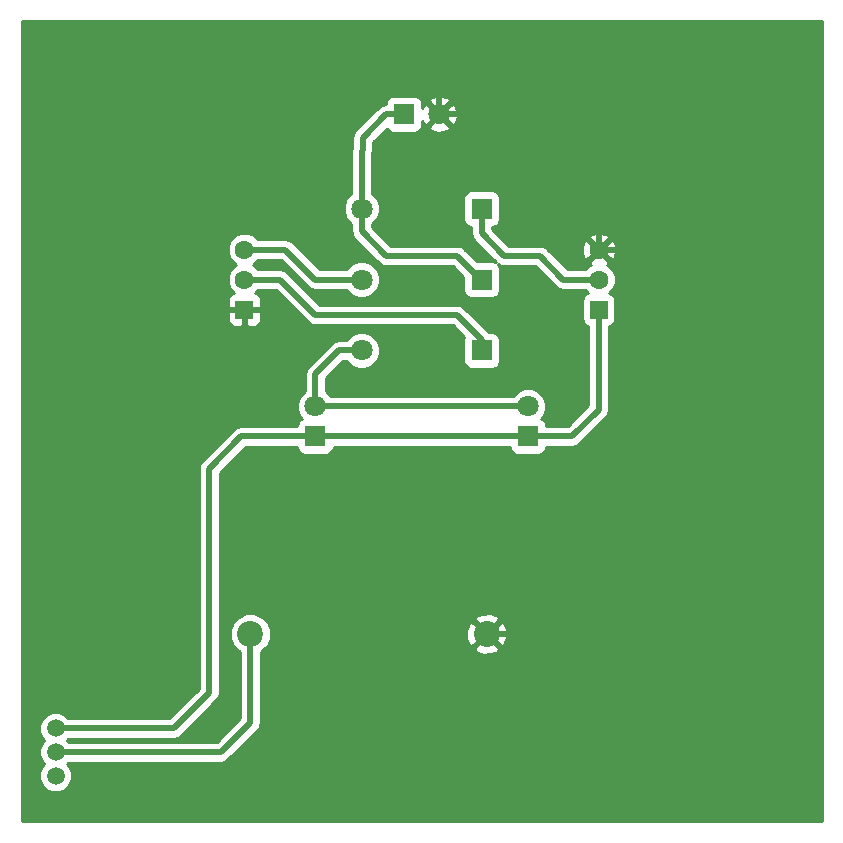
<source format=gbl>
G04 #@! TF.FileFunction,Copper,L2,Bot,Signal*
%FSLAX46Y46*%
G04 Gerber Fmt 4.6, Leading zero omitted, Abs format (unit mm)*
G04 Created by KiCad (PCBNEW 4.0.2-stable) date 2016/06/28 0:10:47*
%MOMM*%
G01*
G04 APERTURE LIST*
%ADD10C,0.100000*%
%ADD11C,2.200000*%
%ADD12R,1.800000X1.800000*%
%ADD13C,1.800000*%
%ADD14R,1.600000X1.600000*%
%ADD15C,1.600000*%
%ADD16C,1.500000*%
%ADD17R,1.524000X1.524000*%
%ADD18C,0.500000*%
%ADD19C,0.254000*%
G04 APERTURE END LIST*
D10*
D11*
X133500000Y-121000000D03*
X153500000Y-121000000D03*
D12*
X146500000Y-77000000D03*
D13*
X149500000Y-77000000D03*
X157000000Y-101730000D03*
D12*
X157000000Y-104270000D03*
D13*
X139000000Y-101730000D03*
D12*
X139000000Y-104270000D03*
D14*
X133000000Y-93540000D03*
D15*
X133000000Y-91000000D03*
X133000000Y-88460000D03*
D13*
X142920000Y-85000000D03*
D12*
X153080000Y-85000000D03*
D13*
X142920000Y-91000000D03*
D12*
X153080000Y-91000000D03*
D13*
X142920000Y-97000000D03*
D12*
X153080000Y-97000000D03*
D16*
X117000000Y-129000000D03*
X117000000Y-131000000D03*
X117000000Y-133000000D03*
D17*
X163000000Y-93540000D03*
D15*
X163000000Y-91000000D03*
X163000000Y-88460000D03*
D18*
X117000000Y-131000000D02*
X131000000Y-131000000D01*
X133500000Y-128500000D02*
X133500000Y-121000000D01*
X131000000Y-131000000D02*
X133500000Y-128500000D01*
X166000000Y-121000000D02*
X153500000Y-121000000D01*
X169000000Y-118000000D02*
X166000000Y-121000000D01*
X169000000Y-91000000D02*
X169000000Y-118000000D01*
X166460000Y-88460000D02*
X169000000Y-91000000D01*
X163000000Y-88460000D02*
X166460000Y-88460000D01*
X149500000Y-77000000D02*
X159000000Y-77000000D01*
X163000000Y-81000000D02*
X163000000Y-88460000D01*
X159000000Y-77000000D02*
X163000000Y-81000000D01*
X147000000Y-73000000D02*
X148000000Y-73000000D01*
X128000000Y-76000000D02*
X131000000Y-73000000D01*
X131000000Y-73000000D02*
X147000000Y-73000000D01*
X133000000Y-93540000D02*
X129540000Y-93540000D01*
X128000000Y-92000000D02*
X128000000Y-77000000D01*
X129540000Y-93540000D02*
X128000000Y-92000000D01*
X128000000Y-77000000D02*
X128000000Y-76000000D01*
X149500000Y-74500000D02*
X149500000Y-77000000D01*
X148000000Y-73000000D02*
X149500000Y-74500000D01*
X146500000Y-77000000D02*
X145000000Y-77000000D01*
X143000000Y-79000000D02*
X145000000Y-77000000D01*
X143000000Y-79000000D02*
X143000000Y-80000000D01*
X143000000Y-80000000D02*
X142920000Y-80080000D01*
X142920000Y-80080000D02*
X143000000Y-80000000D01*
X142920000Y-85000000D02*
X142920000Y-80080000D01*
X143000000Y-87000000D02*
X145000000Y-89000000D01*
X151000000Y-89000000D02*
X153000000Y-91000000D01*
X145000000Y-89000000D02*
X151000000Y-89000000D01*
X153000000Y-91000000D02*
X153080000Y-91000000D01*
X143000000Y-87000000D02*
X142920000Y-86920000D01*
X142920000Y-86920000D02*
X143000000Y-87000000D01*
X142920000Y-85000000D02*
X142920000Y-86920000D01*
X139000000Y-101730000D02*
X139000000Y-99000000D01*
X141000000Y-97000000D02*
X142920000Y-97000000D01*
X139000000Y-99000000D02*
X141000000Y-97000000D01*
X139000000Y-101730000D02*
X157000000Y-101730000D01*
X117000000Y-129000000D02*
X127000000Y-129000000D01*
X132730000Y-104270000D02*
X139000000Y-104270000D01*
X130000000Y-107000000D02*
X132730000Y-104270000D01*
X130000000Y-126000000D02*
X130000000Y-107000000D01*
X127000000Y-129000000D02*
X130000000Y-126000000D01*
X163000000Y-93540000D02*
X163000000Y-102000000D01*
X160730000Y-104270000D02*
X157000000Y-104270000D01*
X163000000Y-102000000D02*
X160730000Y-104270000D01*
X139000000Y-104270000D02*
X157000000Y-104270000D01*
X139000000Y-94000000D02*
X136000000Y-91000000D01*
X153080000Y-97000000D02*
X153080000Y-96080000D01*
X153080000Y-96080000D02*
X151000000Y-94000000D01*
X139000000Y-94000000D02*
X151000000Y-94000000D01*
X136000000Y-91000000D02*
X133000000Y-91000000D01*
X142920000Y-91000000D02*
X139000000Y-91000000D01*
X136460000Y-88460000D02*
X133000000Y-88460000D01*
X139000000Y-91000000D02*
X136460000Y-88460000D01*
X158000000Y-89000000D02*
X155000000Y-89000000D01*
X153080000Y-85000000D02*
X153080000Y-87080000D01*
X153080000Y-87080000D02*
X155000000Y-89000000D01*
X160000000Y-91000000D02*
X158000000Y-89000000D01*
X160000000Y-91000000D02*
X163000000Y-91000000D01*
D19*
G36*
X181873000Y-136873000D02*
X114127000Y-136873000D01*
X114127000Y-129274285D01*
X115614760Y-129274285D01*
X115825169Y-129783515D01*
X116041313Y-130000036D01*
X115826539Y-130214436D01*
X115615241Y-130723298D01*
X115614760Y-131274285D01*
X115825169Y-131783515D01*
X116041313Y-132000036D01*
X115826539Y-132214436D01*
X115615241Y-132723298D01*
X115614760Y-133274285D01*
X115825169Y-133783515D01*
X116214436Y-134173461D01*
X116723298Y-134384759D01*
X117274285Y-134385240D01*
X117783515Y-134174831D01*
X118173461Y-133785564D01*
X118384759Y-133276702D01*
X118385240Y-132725715D01*
X118174831Y-132216485D01*
X117958687Y-131999964D01*
X118073852Y-131885000D01*
X130999995Y-131885000D01*
X131000000Y-131885001D01*
X131300789Y-131825169D01*
X131338675Y-131817633D01*
X131625790Y-131625790D01*
X134125787Y-129125792D01*
X134125790Y-129125790D01*
X134317633Y-128838675D01*
X134340583Y-128723298D01*
X134385001Y-128500000D01*
X134385000Y-128499995D01*
X134385000Y-122511598D01*
X134481515Y-122471719D01*
X134728797Y-122224868D01*
X152454737Y-122224868D01*
X152565641Y-122502099D01*
X153211593Y-122745323D01*
X153901453Y-122722836D01*
X154434359Y-122502099D01*
X154545263Y-122224868D01*
X153500000Y-121179605D01*
X152454737Y-122224868D01*
X134728797Y-122224868D01*
X134970004Y-121984082D01*
X135234699Y-121346627D01*
X135235252Y-120711593D01*
X151754677Y-120711593D01*
X151777164Y-121401453D01*
X151997901Y-121934359D01*
X152275132Y-122045263D01*
X153320395Y-121000000D01*
X153679605Y-121000000D01*
X154724868Y-122045263D01*
X155002099Y-121934359D01*
X155245323Y-121288407D01*
X155222836Y-120598547D01*
X155002099Y-120065641D01*
X154724868Y-119954737D01*
X153679605Y-121000000D01*
X153320395Y-121000000D01*
X152275132Y-119954737D01*
X151997901Y-120065641D01*
X151754677Y-120711593D01*
X135235252Y-120711593D01*
X135235301Y-120656401D01*
X134971719Y-120018485D01*
X134728791Y-119775132D01*
X152454737Y-119775132D01*
X153500000Y-120820395D01*
X154545263Y-119775132D01*
X154434359Y-119497901D01*
X153788407Y-119254677D01*
X153098547Y-119277164D01*
X152565641Y-119497901D01*
X152454737Y-119775132D01*
X134728791Y-119775132D01*
X134484082Y-119529996D01*
X133846627Y-119265301D01*
X133156401Y-119264699D01*
X132518485Y-119528281D01*
X132029996Y-120015918D01*
X131765301Y-120653373D01*
X131764699Y-121343599D01*
X132028281Y-121981515D01*
X132515918Y-122470004D01*
X132615000Y-122511147D01*
X132615000Y-128133421D01*
X130633420Y-130115000D01*
X118073523Y-130115000D01*
X117958687Y-129999964D01*
X118073852Y-129885000D01*
X126999995Y-129885000D01*
X127000000Y-129885001D01*
X127300789Y-129825169D01*
X127338675Y-129817633D01*
X127625790Y-129625790D01*
X130625787Y-126625792D01*
X130625790Y-126625790D01*
X130817633Y-126338675D01*
X130828810Y-126282484D01*
X130885001Y-126000000D01*
X130885000Y-125999995D01*
X130885000Y-107366580D01*
X133096579Y-105155000D01*
X137452560Y-105155000D01*
X137452560Y-105170000D01*
X137496838Y-105405317D01*
X137635910Y-105621441D01*
X137848110Y-105766431D01*
X138100000Y-105817440D01*
X139900000Y-105817440D01*
X140135317Y-105773162D01*
X140351441Y-105634090D01*
X140496431Y-105421890D01*
X140547440Y-105170000D01*
X140547440Y-105155000D01*
X155452560Y-105155000D01*
X155452560Y-105170000D01*
X155496838Y-105405317D01*
X155635910Y-105621441D01*
X155848110Y-105766431D01*
X156100000Y-105817440D01*
X157900000Y-105817440D01*
X158135317Y-105773162D01*
X158351441Y-105634090D01*
X158496431Y-105421890D01*
X158547440Y-105170000D01*
X158547440Y-105155000D01*
X160729995Y-105155000D01*
X160730000Y-105155001D01*
X161012484Y-105098810D01*
X161068675Y-105087633D01*
X161355790Y-104895790D01*
X163625787Y-102625792D01*
X163625790Y-102625790D01*
X163817633Y-102338675D01*
X163871340Y-102068675D01*
X163885001Y-102000000D01*
X163885000Y-101999995D01*
X163885000Y-94926296D01*
X163997317Y-94905162D01*
X164213441Y-94766090D01*
X164358431Y-94553890D01*
X164409440Y-94302000D01*
X164409440Y-92778000D01*
X164365162Y-92542683D01*
X164226090Y-92326559D01*
X164013890Y-92181569D01*
X163875591Y-92153563D01*
X164215824Y-91813923D01*
X164434750Y-91286691D01*
X164435248Y-90715813D01*
X164217243Y-90188200D01*
X163813923Y-89784176D01*
X163699232Y-89736552D01*
X163754005Y-89713864D01*
X163828139Y-89467745D01*
X163000000Y-88639605D01*
X162171861Y-89467745D01*
X162245995Y-89713864D01*
X162304254Y-89734805D01*
X162188200Y-89782757D01*
X161855377Y-90115000D01*
X160366579Y-90115000D01*
X158625790Y-88374210D01*
X158485385Y-88280395D01*
X158429753Y-88243223D01*
X161553035Y-88243223D01*
X161580222Y-88813454D01*
X161746136Y-89214005D01*
X161992255Y-89288139D01*
X162820395Y-88460000D01*
X163179605Y-88460000D01*
X164007745Y-89288139D01*
X164253864Y-89214005D01*
X164446965Y-88676777D01*
X164419778Y-88106546D01*
X164253864Y-87705995D01*
X164007745Y-87631861D01*
X163179605Y-88460000D01*
X162820395Y-88460000D01*
X161992255Y-87631861D01*
X161746136Y-87705995D01*
X161553035Y-88243223D01*
X158429753Y-88243223D01*
X158338675Y-88182367D01*
X158282484Y-88171190D01*
X158000000Y-88114999D01*
X157999995Y-88115000D01*
X155366579Y-88115000D01*
X154703835Y-87452255D01*
X162171861Y-87452255D01*
X163000000Y-88280395D01*
X163828139Y-87452255D01*
X163754005Y-87206136D01*
X163216777Y-87013035D01*
X162646546Y-87040222D01*
X162245995Y-87206136D01*
X162171861Y-87452255D01*
X154703835Y-87452255D01*
X153965000Y-86713420D01*
X153965000Y-86547440D01*
X153980000Y-86547440D01*
X154215317Y-86503162D01*
X154431441Y-86364090D01*
X154576431Y-86151890D01*
X154627440Y-85900000D01*
X154627440Y-84100000D01*
X154583162Y-83864683D01*
X154444090Y-83648559D01*
X154231890Y-83503569D01*
X153980000Y-83452560D01*
X152180000Y-83452560D01*
X151944683Y-83496838D01*
X151728559Y-83635910D01*
X151583569Y-83848110D01*
X151532560Y-84100000D01*
X151532560Y-85900000D01*
X151576838Y-86135317D01*
X151715910Y-86351441D01*
X151928110Y-86496431D01*
X152180000Y-86547440D01*
X152195000Y-86547440D01*
X152195000Y-87079995D01*
X152194999Y-87080000D01*
X152246454Y-87338674D01*
X152262367Y-87418675D01*
X152400756Y-87625790D01*
X152454210Y-87705790D01*
X154295351Y-89546930D01*
X154231890Y-89503569D01*
X153980000Y-89452560D01*
X152704139Y-89452560D01*
X151625790Y-88374210D01*
X151485385Y-88280395D01*
X151338675Y-88182367D01*
X151282484Y-88171190D01*
X151000000Y-88114999D01*
X150999995Y-88115000D01*
X145366579Y-88115000D01*
X143805000Y-86553420D01*
X143805000Y-86285468D01*
X144220551Y-85870643D01*
X144454733Y-85306670D01*
X144455265Y-84696009D01*
X144222068Y-84131629D01*
X143805000Y-83713831D01*
X143805000Y-80357582D01*
X143817633Y-80338675D01*
X143885001Y-80000000D01*
X143885000Y-79999995D01*
X143885000Y-79366580D01*
X145043597Y-78207982D01*
X145135910Y-78351441D01*
X145348110Y-78496431D01*
X145600000Y-78547440D01*
X147400000Y-78547440D01*
X147635317Y-78503162D01*
X147851441Y-78364090D01*
X147996431Y-78151890D01*
X148010956Y-78080159D01*
X148599446Y-78080159D01*
X148685852Y-78336643D01*
X149259336Y-78546458D01*
X149869460Y-78520839D01*
X150314148Y-78336643D01*
X150400554Y-78080159D01*
X149500000Y-77179605D01*
X148599446Y-78080159D01*
X148010956Y-78080159D01*
X148047440Y-77900000D01*
X148047440Y-77534300D01*
X148163357Y-77814148D01*
X148419841Y-77900554D01*
X149320395Y-77000000D01*
X149679605Y-77000000D01*
X150580159Y-77900554D01*
X150836643Y-77814148D01*
X151046458Y-77240664D01*
X151020839Y-76630540D01*
X150836643Y-76185852D01*
X150580159Y-76099446D01*
X149679605Y-77000000D01*
X149320395Y-77000000D01*
X148419841Y-76099446D01*
X148163357Y-76185852D01*
X148047440Y-76502686D01*
X148047440Y-76100000D01*
X148013541Y-75919841D01*
X148599446Y-75919841D01*
X149500000Y-76820395D01*
X150400554Y-75919841D01*
X150314148Y-75663357D01*
X149740664Y-75453542D01*
X149130540Y-75479161D01*
X148685852Y-75663357D01*
X148599446Y-75919841D01*
X148013541Y-75919841D01*
X148003162Y-75864683D01*
X147864090Y-75648559D01*
X147651890Y-75503569D01*
X147400000Y-75452560D01*
X145600000Y-75452560D01*
X145364683Y-75496838D01*
X145148559Y-75635910D01*
X145003569Y-75848110D01*
X144952560Y-76100000D01*
X144952560Y-76124436D01*
X144661325Y-76182367D01*
X144374210Y-76374210D01*
X144374208Y-76374213D01*
X142374210Y-78374210D01*
X142182367Y-78661325D01*
X142182367Y-78661326D01*
X142114999Y-79000000D01*
X142115000Y-79000005D01*
X142115000Y-79722418D01*
X142102367Y-79741325D01*
X142102367Y-79741326D01*
X142034999Y-80080000D01*
X142035000Y-80080005D01*
X142035000Y-83714532D01*
X141619449Y-84129357D01*
X141385267Y-84693330D01*
X141384735Y-85303991D01*
X141617932Y-85868371D01*
X142035000Y-86286169D01*
X142035000Y-86919995D01*
X142034999Y-86920000D01*
X142066826Y-87080000D01*
X142102367Y-87258675D01*
X142209275Y-87418675D01*
X142294210Y-87545790D01*
X142374208Y-87625787D01*
X142374210Y-87625790D01*
X144374208Y-89625787D01*
X144374210Y-89625790D01*
X144609129Y-89782757D01*
X144661325Y-89817633D01*
X145000000Y-89885001D01*
X145000005Y-89885000D01*
X150633420Y-89885000D01*
X151532560Y-90784139D01*
X151532560Y-91900000D01*
X151576838Y-92135317D01*
X151715910Y-92351441D01*
X151928110Y-92496431D01*
X152180000Y-92547440D01*
X153980000Y-92547440D01*
X154215317Y-92503162D01*
X154431441Y-92364090D01*
X154576431Y-92151890D01*
X154627440Y-91900000D01*
X154627440Y-90100000D01*
X154583162Y-89864683D01*
X154471095Y-89690526D01*
X154661325Y-89817633D01*
X154717516Y-89828810D01*
X155000000Y-89885001D01*
X155000005Y-89885000D01*
X157633420Y-89885000D01*
X159374208Y-91625787D01*
X159374210Y-91625790D01*
X159652595Y-91811800D01*
X159661325Y-91817633D01*
X160000000Y-91885001D01*
X160000005Y-91885000D01*
X161855829Y-91885000D01*
X162122632Y-92152268D01*
X162002683Y-92174838D01*
X161786559Y-92313910D01*
X161641569Y-92526110D01*
X161590560Y-92778000D01*
X161590560Y-94302000D01*
X161634838Y-94537317D01*
X161773910Y-94753441D01*
X161986110Y-94898431D01*
X162115000Y-94924532D01*
X162115000Y-101633421D01*
X160363420Y-103385000D01*
X158547440Y-103385000D01*
X158547440Y-103370000D01*
X158503162Y-103134683D01*
X158364090Y-102918559D01*
X158151890Y-102773569D01*
X158131466Y-102769433D01*
X158300551Y-102600643D01*
X158534733Y-102036670D01*
X158535265Y-101426009D01*
X158302068Y-100861629D01*
X157870643Y-100429449D01*
X157306670Y-100195267D01*
X156696009Y-100194735D01*
X156131629Y-100427932D01*
X155713831Y-100845000D01*
X140285468Y-100845000D01*
X139885000Y-100443831D01*
X139885000Y-99366580D01*
X141366579Y-97885000D01*
X141634532Y-97885000D01*
X142049357Y-98300551D01*
X142613330Y-98534733D01*
X143223991Y-98535265D01*
X143788371Y-98302068D01*
X144220551Y-97870643D01*
X144454733Y-97306670D01*
X144455265Y-96696009D01*
X144222068Y-96131629D01*
X143790643Y-95699449D01*
X143226670Y-95465267D01*
X142616009Y-95464735D01*
X142051629Y-95697932D01*
X141633831Y-96115000D01*
X141000005Y-96115000D01*
X141000000Y-96114999D01*
X140661325Y-96182367D01*
X140374210Y-96374210D01*
X140374208Y-96374213D01*
X138374210Y-98374210D01*
X138182367Y-98661325D01*
X138182367Y-98661326D01*
X138114999Y-99000000D01*
X138115000Y-99000005D01*
X138115000Y-100444532D01*
X137699449Y-100859357D01*
X137465267Y-101423330D01*
X137464735Y-102033991D01*
X137697932Y-102598371D01*
X137865880Y-102766613D01*
X137864683Y-102766838D01*
X137648559Y-102905910D01*
X137503569Y-103118110D01*
X137452560Y-103370000D01*
X137452560Y-103385000D01*
X132730005Y-103385000D01*
X132730000Y-103384999D01*
X132447516Y-103441190D01*
X132391325Y-103452367D01*
X132104210Y-103644210D01*
X132104208Y-103644213D01*
X129374210Y-106374210D01*
X129182367Y-106661325D01*
X129182367Y-106661326D01*
X129114999Y-107000000D01*
X129115000Y-107000005D01*
X129115000Y-125633421D01*
X126633420Y-128115000D01*
X118073523Y-128115000D01*
X117785564Y-127826539D01*
X117276702Y-127615241D01*
X116725715Y-127614760D01*
X116216485Y-127825169D01*
X115826539Y-128214436D01*
X115615241Y-128723298D01*
X115614760Y-129274285D01*
X114127000Y-129274285D01*
X114127000Y-93825750D01*
X131565000Y-93825750D01*
X131565000Y-94466309D01*
X131661673Y-94699698D01*
X131840301Y-94878327D01*
X132073690Y-94975000D01*
X132714250Y-94975000D01*
X132873000Y-94816250D01*
X132873000Y-93667000D01*
X133127000Y-93667000D01*
X133127000Y-94816250D01*
X133285750Y-94975000D01*
X133926310Y-94975000D01*
X134159699Y-94878327D01*
X134338327Y-94699698D01*
X134435000Y-94466309D01*
X134435000Y-93825750D01*
X134276250Y-93667000D01*
X133127000Y-93667000D01*
X132873000Y-93667000D01*
X131723750Y-93667000D01*
X131565000Y-93825750D01*
X114127000Y-93825750D01*
X114127000Y-88744187D01*
X131564752Y-88744187D01*
X131782757Y-89271800D01*
X132186077Y-89675824D01*
X132316215Y-89729862D01*
X132188200Y-89782757D01*
X131784176Y-90186077D01*
X131565250Y-90713309D01*
X131564752Y-91284187D01*
X131782757Y-91811800D01*
X132075446Y-92105000D01*
X132073690Y-92105000D01*
X131840301Y-92201673D01*
X131661673Y-92380302D01*
X131565000Y-92613691D01*
X131565000Y-93254250D01*
X131723750Y-93413000D01*
X132873000Y-93413000D01*
X132873000Y-93393000D01*
X133127000Y-93393000D01*
X133127000Y-93413000D01*
X134276250Y-93413000D01*
X134435000Y-93254250D01*
X134435000Y-92613691D01*
X134338327Y-92380302D01*
X134159699Y-92201673D01*
X133926310Y-92105000D01*
X133924239Y-92105000D01*
X134144623Y-91885000D01*
X135633420Y-91885000D01*
X138374208Y-94625787D01*
X138374210Y-94625790D01*
X138661325Y-94817633D01*
X138717516Y-94828810D01*
X139000000Y-94885001D01*
X139000005Y-94885000D01*
X150633420Y-94885000D01*
X151588830Y-95840410D01*
X151583569Y-95848110D01*
X151532560Y-96100000D01*
X151532560Y-97900000D01*
X151576838Y-98135317D01*
X151715910Y-98351441D01*
X151928110Y-98496431D01*
X152180000Y-98547440D01*
X153980000Y-98547440D01*
X154215317Y-98503162D01*
X154431441Y-98364090D01*
X154576431Y-98151890D01*
X154627440Y-97900000D01*
X154627440Y-96100000D01*
X154583162Y-95864683D01*
X154444090Y-95648559D01*
X154231890Y-95503569D01*
X153980000Y-95452560D01*
X153704139Y-95452560D01*
X151625790Y-93374210D01*
X151446256Y-93254250D01*
X151338675Y-93182367D01*
X151282484Y-93171190D01*
X151000000Y-93114999D01*
X150999995Y-93115000D01*
X139366579Y-93115000D01*
X136625790Y-90374210D01*
X136338675Y-90182367D01*
X136282484Y-90171190D01*
X136000000Y-90114999D01*
X135999995Y-90115000D01*
X134144171Y-90115000D01*
X133813923Y-89784176D01*
X133683785Y-89730138D01*
X133811800Y-89677243D01*
X134144623Y-89345000D01*
X136093420Y-89345000D01*
X138374208Y-91625787D01*
X138374210Y-91625790D01*
X138661325Y-91817633D01*
X139000000Y-91885000D01*
X141634532Y-91885000D01*
X142049357Y-92300551D01*
X142613330Y-92534733D01*
X143223991Y-92535265D01*
X143788371Y-92302068D01*
X144220551Y-91870643D01*
X144454733Y-91306670D01*
X144455265Y-90696009D01*
X144222068Y-90131629D01*
X143790643Y-89699449D01*
X143226670Y-89465267D01*
X142616009Y-89464735D01*
X142051629Y-89697932D01*
X141633831Y-90115000D01*
X139366579Y-90115000D01*
X137085790Y-87834210D01*
X136941251Y-87737633D01*
X136798675Y-87642367D01*
X136742484Y-87631190D01*
X136460000Y-87574999D01*
X136459995Y-87575000D01*
X134144171Y-87575000D01*
X133813923Y-87244176D01*
X133286691Y-87025250D01*
X132715813Y-87024752D01*
X132188200Y-87242757D01*
X131784176Y-87646077D01*
X131565250Y-88173309D01*
X131564752Y-88744187D01*
X114127000Y-88744187D01*
X114127000Y-69127000D01*
X181873000Y-69127000D01*
X181873000Y-136873000D01*
X181873000Y-136873000D01*
G37*
X181873000Y-136873000D02*
X114127000Y-136873000D01*
X114127000Y-129274285D01*
X115614760Y-129274285D01*
X115825169Y-129783515D01*
X116041313Y-130000036D01*
X115826539Y-130214436D01*
X115615241Y-130723298D01*
X115614760Y-131274285D01*
X115825169Y-131783515D01*
X116041313Y-132000036D01*
X115826539Y-132214436D01*
X115615241Y-132723298D01*
X115614760Y-133274285D01*
X115825169Y-133783515D01*
X116214436Y-134173461D01*
X116723298Y-134384759D01*
X117274285Y-134385240D01*
X117783515Y-134174831D01*
X118173461Y-133785564D01*
X118384759Y-133276702D01*
X118385240Y-132725715D01*
X118174831Y-132216485D01*
X117958687Y-131999964D01*
X118073852Y-131885000D01*
X130999995Y-131885000D01*
X131000000Y-131885001D01*
X131300789Y-131825169D01*
X131338675Y-131817633D01*
X131625790Y-131625790D01*
X134125787Y-129125792D01*
X134125790Y-129125790D01*
X134317633Y-128838675D01*
X134340583Y-128723298D01*
X134385001Y-128500000D01*
X134385000Y-128499995D01*
X134385000Y-122511598D01*
X134481515Y-122471719D01*
X134728797Y-122224868D01*
X152454737Y-122224868D01*
X152565641Y-122502099D01*
X153211593Y-122745323D01*
X153901453Y-122722836D01*
X154434359Y-122502099D01*
X154545263Y-122224868D01*
X153500000Y-121179605D01*
X152454737Y-122224868D01*
X134728797Y-122224868D01*
X134970004Y-121984082D01*
X135234699Y-121346627D01*
X135235252Y-120711593D01*
X151754677Y-120711593D01*
X151777164Y-121401453D01*
X151997901Y-121934359D01*
X152275132Y-122045263D01*
X153320395Y-121000000D01*
X153679605Y-121000000D01*
X154724868Y-122045263D01*
X155002099Y-121934359D01*
X155245323Y-121288407D01*
X155222836Y-120598547D01*
X155002099Y-120065641D01*
X154724868Y-119954737D01*
X153679605Y-121000000D01*
X153320395Y-121000000D01*
X152275132Y-119954737D01*
X151997901Y-120065641D01*
X151754677Y-120711593D01*
X135235252Y-120711593D01*
X135235301Y-120656401D01*
X134971719Y-120018485D01*
X134728791Y-119775132D01*
X152454737Y-119775132D01*
X153500000Y-120820395D01*
X154545263Y-119775132D01*
X154434359Y-119497901D01*
X153788407Y-119254677D01*
X153098547Y-119277164D01*
X152565641Y-119497901D01*
X152454737Y-119775132D01*
X134728791Y-119775132D01*
X134484082Y-119529996D01*
X133846627Y-119265301D01*
X133156401Y-119264699D01*
X132518485Y-119528281D01*
X132029996Y-120015918D01*
X131765301Y-120653373D01*
X131764699Y-121343599D01*
X132028281Y-121981515D01*
X132515918Y-122470004D01*
X132615000Y-122511147D01*
X132615000Y-128133421D01*
X130633420Y-130115000D01*
X118073523Y-130115000D01*
X117958687Y-129999964D01*
X118073852Y-129885000D01*
X126999995Y-129885000D01*
X127000000Y-129885001D01*
X127300789Y-129825169D01*
X127338675Y-129817633D01*
X127625790Y-129625790D01*
X130625787Y-126625792D01*
X130625790Y-126625790D01*
X130817633Y-126338675D01*
X130828810Y-126282484D01*
X130885001Y-126000000D01*
X130885000Y-125999995D01*
X130885000Y-107366580D01*
X133096579Y-105155000D01*
X137452560Y-105155000D01*
X137452560Y-105170000D01*
X137496838Y-105405317D01*
X137635910Y-105621441D01*
X137848110Y-105766431D01*
X138100000Y-105817440D01*
X139900000Y-105817440D01*
X140135317Y-105773162D01*
X140351441Y-105634090D01*
X140496431Y-105421890D01*
X140547440Y-105170000D01*
X140547440Y-105155000D01*
X155452560Y-105155000D01*
X155452560Y-105170000D01*
X155496838Y-105405317D01*
X155635910Y-105621441D01*
X155848110Y-105766431D01*
X156100000Y-105817440D01*
X157900000Y-105817440D01*
X158135317Y-105773162D01*
X158351441Y-105634090D01*
X158496431Y-105421890D01*
X158547440Y-105170000D01*
X158547440Y-105155000D01*
X160729995Y-105155000D01*
X160730000Y-105155001D01*
X161012484Y-105098810D01*
X161068675Y-105087633D01*
X161355790Y-104895790D01*
X163625787Y-102625792D01*
X163625790Y-102625790D01*
X163817633Y-102338675D01*
X163871340Y-102068675D01*
X163885001Y-102000000D01*
X163885000Y-101999995D01*
X163885000Y-94926296D01*
X163997317Y-94905162D01*
X164213441Y-94766090D01*
X164358431Y-94553890D01*
X164409440Y-94302000D01*
X164409440Y-92778000D01*
X164365162Y-92542683D01*
X164226090Y-92326559D01*
X164013890Y-92181569D01*
X163875591Y-92153563D01*
X164215824Y-91813923D01*
X164434750Y-91286691D01*
X164435248Y-90715813D01*
X164217243Y-90188200D01*
X163813923Y-89784176D01*
X163699232Y-89736552D01*
X163754005Y-89713864D01*
X163828139Y-89467745D01*
X163000000Y-88639605D01*
X162171861Y-89467745D01*
X162245995Y-89713864D01*
X162304254Y-89734805D01*
X162188200Y-89782757D01*
X161855377Y-90115000D01*
X160366579Y-90115000D01*
X158625790Y-88374210D01*
X158485385Y-88280395D01*
X158429753Y-88243223D01*
X161553035Y-88243223D01*
X161580222Y-88813454D01*
X161746136Y-89214005D01*
X161992255Y-89288139D01*
X162820395Y-88460000D01*
X163179605Y-88460000D01*
X164007745Y-89288139D01*
X164253864Y-89214005D01*
X164446965Y-88676777D01*
X164419778Y-88106546D01*
X164253864Y-87705995D01*
X164007745Y-87631861D01*
X163179605Y-88460000D01*
X162820395Y-88460000D01*
X161992255Y-87631861D01*
X161746136Y-87705995D01*
X161553035Y-88243223D01*
X158429753Y-88243223D01*
X158338675Y-88182367D01*
X158282484Y-88171190D01*
X158000000Y-88114999D01*
X157999995Y-88115000D01*
X155366579Y-88115000D01*
X154703835Y-87452255D01*
X162171861Y-87452255D01*
X163000000Y-88280395D01*
X163828139Y-87452255D01*
X163754005Y-87206136D01*
X163216777Y-87013035D01*
X162646546Y-87040222D01*
X162245995Y-87206136D01*
X162171861Y-87452255D01*
X154703835Y-87452255D01*
X153965000Y-86713420D01*
X153965000Y-86547440D01*
X153980000Y-86547440D01*
X154215317Y-86503162D01*
X154431441Y-86364090D01*
X154576431Y-86151890D01*
X154627440Y-85900000D01*
X154627440Y-84100000D01*
X154583162Y-83864683D01*
X154444090Y-83648559D01*
X154231890Y-83503569D01*
X153980000Y-83452560D01*
X152180000Y-83452560D01*
X151944683Y-83496838D01*
X151728559Y-83635910D01*
X151583569Y-83848110D01*
X151532560Y-84100000D01*
X151532560Y-85900000D01*
X151576838Y-86135317D01*
X151715910Y-86351441D01*
X151928110Y-86496431D01*
X152180000Y-86547440D01*
X152195000Y-86547440D01*
X152195000Y-87079995D01*
X152194999Y-87080000D01*
X152246454Y-87338674D01*
X152262367Y-87418675D01*
X152400756Y-87625790D01*
X152454210Y-87705790D01*
X154295351Y-89546930D01*
X154231890Y-89503569D01*
X153980000Y-89452560D01*
X152704139Y-89452560D01*
X151625790Y-88374210D01*
X151485385Y-88280395D01*
X151338675Y-88182367D01*
X151282484Y-88171190D01*
X151000000Y-88114999D01*
X150999995Y-88115000D01*
X145366579Y-88115000D01*
X143805000Y-86553420D01*
X143805000Y-86285468D01*
X144220551Y-85870643D01*
X144454733Y-85306670D01*
X144455265Y-84696009D01*
X144222068Y-84131629D01*
X143805000Y-83713831D01*
X143805000Y-80357582D01*
X143817633Y-80338675D01*
X143885001Y-80000000D01*
X143885000Y-79999995D01*
X143885000Y-79366580D01*
X145043597Y-78207982D01*
X145135910Y-78351441D01*
X145348110Y-78496431D01*
X145600000Y-78547440D01*
X147400000Y-78547440D01*
X147635317Y-78503162D01*
X147851441Y-78364090D01*
X147996431Y-78151890D01*
X148010956Y-78080159D01*
X148599446Y-78080159D01*
X148685852Y-78336643D01*
X149259336Y-78546458D01*
X149869460Y-78520839D01*
X150314148Y-78336643D01*
X150400554Y-78080159D01*
X149500000Y-77179605D01*
X148599446Y-78080159D01*
X148010956Y-78080159D01*
X148047440Y-77900000D01*
X148047440Y-77534300D01*
X148163357Y-77814148D01*
X148419841Y-77900554D01*
X149320395Y-77000000D01*
X149679605Y-77000000D01*
X150580159Y-77900554D01*
X150836643Y-77814148D01*
X151046458Y-77240664D01*
X151020839Y-76630540D01*
X150836643Y-76185852D01*
X150580159Y-76099446D01*
X149679605Y-77000000D01*
X149320395Y-77000000D01*
X148419841Y-76099446D01*
X148163357Y-76185852D01*
X148047440Y-76502686D01*
X148047440Y-76100000D01*
X148013541Y-75919841D01*
X148599446Y-75919841D01*
X149500000Y-76820395D01*
X150400554Y-75919841D01*
X150314148Y-75663357D01*
X149740664Y-75453542D01*
X149130540Y-75479161D01*
X148685852Y-75663357D01*
X148599446Y-75919841D01*
X148013541Y-75919841D01*
X148003162Y-75864683D01*
X147864090Y-75648559D01*
X147651890Y-75503569D01*
X147400000Y-75452560D01*
X145600000Y-75452560D01*
X145364683Y-75496838D01*
X145148559Y-75635910D01*
X145003569Y-75848110D01*
X144952560Y-76100000D01*
X144952560Y-76124436D01*
X144661325Y-76182367D01*
X144374210Y-76374210D01*
X144374208Y-76374213D01*
X142374210Y-78374210D01*
X142182367Y-78661325D01*
X142182367Y-78661326D01*
X142114999Y-79000000D01*
X142115000Y-79000005D01*
X142115000Y-79722418D01*
X142102367Y-79741325D01*
X142102367Y-79741326D01*
X142034999Y-80080000D01*
X142035000Y-80080005D01*
X142035000Y-83714532D01*
X141619449Y-84129357D01*
X141385267Y-84693330D01*
X141384735Y-85303991D01*
X141617932Y-85868371D01*
X142035000Y-86286169D01*
X142035000Y-86919995D01*
X142034999Y-86920000D01*
X142066826Y-87080000D01*
X142102367Y-87258675D01*
X142209275Y-87418675D01*
X142294210Y-87545790D01*
X142374208Y-87625787D01*
X142374210Y-87625790D01*
X144374208Y-89625787D01*
X144374210Y-89625790D01*
X144609129Y-89782757D01*
X144661325Y-89817633D01*
X145000000Y-89885001D01*
X145000005Y-89885000D01*
X150633420Y-89885000D01*
X151532560Y-90784139D01*
X151532560Y-91900000D01*
X151576838Y-92135317D01*
X151715910Y-92351441D01*
X151928110Y-92496431D01*
X152180000Y-92547440D01*
X153980000Y-92547440D01*
X154215317Y-92503162D01*
X154431441Y-92364090D01*
X154576431Y-92151890D01*
X154627440Y-91900000D01*
X154627440Y-90100000D01*
X154583162Y-89864683D01*
X154471095Y-89690526D01*
X154661325Y-89817633D01*
X154717516Y-89828810D01*
X155000000Y-89885001D01*
X155000005Y-89885000D01*
X157633420Y-89885000D01*
X159374208Y-91625787D01*
X159374210Y-91625790D01*
X159652595Y-91811800D01*
X159661325Y-91817633D01*
X160000000Y-91885001D01*
X160000005Y-91885000D01*
X161855829Y-91885000D01*
X162122632Y-92152268D01*
X162002683Y-92174838D01*
X161786559Y-92313910D01*
X161641569Y-92526110D01*
X161590560Y-92778000D01*
X161590560Y-94302000D01*
X161634838Y-94537317D01*
X161773910Y-94753441D01*
X161986110Y-94898431D01*
X162115000Y-94924532D01*
X162115000Y-101633421D01*
X160363420Y-103385000D01*
X158547440Y-103385000D01*
X158547440Y-103370000D01*
X158503162Y-103134683D01*
X158364090Y-102918559D01*
X158151890Y-102773569D01*
X158131466Y-102769433D01*
X158300551Y-102600643D01*
X158534733Y-102036670D01*
X158535265Y-101426009D01*
X158302068Y-100861629D01*
X157870643Y-100429449D01*
X157306670Y-100195267D01*
X156696009Y-100194735D01*
X156131629Y-100427932D01*
X155713831Y-100845000D01*
X140285468Y-100845000D01*
X139885000Y-100443831D01*
X139885000Y-99366580D01*
X141366579Y-97885000D01*
X141634532Y-97885000D01*
X142049357Y-98300551D01*
X142613330Y-98534733D01*
X143223991Y-98535265D01*
X143788371Y-98302068D01*
X144220551Y-97870643D01*
X144454733Y-97306670D01*
X144455265Y-96696009D01*
X144222068Y-96131629D01*
X143790643Y-95699449D01*
X143226670Y-95465267D01*
X142616009Y-95464735D01*
X142051629Y-95697932D01*
X141633831Y-96115000D01*
X141000005Y-96115000D01*
X141000000Y-96114999D01*
X140661325Y-96182367D01*
X140374210Y-96374210D01*
X140374208Y-96374213D01*
X138374210Y-98374210D01*
X138182367Y-98661325D01*
X138182367Y-98661326D01*
X138114999Y-99000000D01*
X138115000Y-99000005D01*
X138115000Y-100444532D01*
X137699449Y-100859357D01*
X137465267Y-101423330D01*
X137464735Y-102033991D01*
X137697932Y-102598371D01*
X137865880Y-102766613D01*
X137864683Y-102766838D01*
X137648559Y-102905910D01*
X137503569Y-103118110D01*
X137452560Y-103370000D01*
X137452560Y-103385000D01*
X132730005Y-103385000D01*
X132730000Y-103384999D01*
X132447516Y-103441190D01*
X132391325Y-103452367D01*
X132104210Y-103644210D01*
X132104208Y-103644213D01*
X129374210Y-106374210D01*
X129182367Y-106661325D01*
X129182367Y-106661326D01*
X129114999Y-107000000D01*
X129115000Y-107000005D01*
X129115000Y-125633421D01*
X126633420Y-128115000D01*
X118073523Y-128115000D01*
X117785564Y-127826539D01*
X117276702Y-127615241D01*
X116725715Y-127614760D01*
X116216485Y-127825169D01*
X115826539Y-128214436D01*
X115615241Y-128723298D01*
X115614760Y-129274285D01*
X114127000Y-129274285D01*
X114127000Y-93825750D01*
X131565000Y-93825750D01*
X131565000Y-94466309D01*
X131661673Y-94699698D01*
X131840301Y-94878327D01*
X132073690Y-94975000D01*
X132714250Y-94975000D01*
X132873000Y-94816250D01*
X132873000Y-93667000D01*
X133127000Y-93667000D01*
X133127000Y-94816250D01*
X133285750Y-94975000D01*
X133926310Y-94975000D01*
X134159699Y-94878327D01*
X134338327Y-94699698D01*
X134435000Y-94466309D01*
X134435000Y-93825750D01*
X134276250Y-93667000D01*
X133127000Y-93667000D01*
X132873000Y-93667000D01*
X131723750Y-93667000D01*
X131565000Y-93825750D01*
X114127000Y-93825750D01*
X114127000Y-88744187D01*
X131564752Y-88744187D01*
X131782757Y-89271800D01*
X132186077Y-89675824D01*
X132316215Y-89729862D01*
X132188200Y-89782757D01*
X131784176Y-90186077D01*
X131565250Y-90713309D01*
X131564752Y-91284187D01*
X131782757Y-91811800D01*
X132075446Y-92105000D01*
X132073690Y-92105000D01*
X131840301Y-92201673D01*
X131661673Y-92380302D01*
X131565000Y-92613691D01*
X131565000Y-93254250D01*
X131723750Y-93413000D01*
X132873000Y-93413000D01*
X132873000Y-93393000D01*
X133127000Y-93393000D01*
X133127000Y-93413000D01*
X134276250Y-93413000D01*
X134435000Y-93254250D01*
X134435000Y-92613691D01*
X134338327Y-92380302D01*
X134159699Y-92201673D01*
X133926310Y-92105000D01*
X133924239Y-92105000D01*
X134144623Y-91885000D01*
X135633420Y-91885000D01*
X138374208Y-94625787D01*
X138374210Y-94625790D01*
X138661325Y-94817633D01*
X138717516Y-94828810D01*
X139000000Y-94885001D01*
X139000005Y-94885000D01*
X150633420Y-94885000D01*
X151588830Y-95840410D01*
X151583569Y-95848110D01*
X151532560Y-96100000D01*
X151532560Y-97900000D01*
X151576838Y-98135317D01*
X151715910Y-98351441D01*
X151928110Y-98496431D01*
X152180000Y-98547440D01*
X153980000Y-98547440D01*
X154215317Y-98503162D01*
X154431441Y-98364090D01*
X154576431Y-98151890D01*
X154627440Y-97900000D01*
X154627440Y-96100000D01*
X154583162Y-95864683D01*
X154444090Y-95648559D01*
X154231890Y-95503569D01*
X153980000Y-95452560D01*
X153704139Y-95452560D01*
X151625790Y-93374210D01*
X151446256Y-93254250D01*
X151338675Y-93182367D01*
X151282484Y-93171190D01*
X151000000Y-93114999D01*
X150999995Y-93115000D01*
X139366579Y-93115000D01*
X136625790Y-90374210D01*
X136338675Y-90182367D01*
X136282484Y-90171190D01*
X136000000Y-90114999D01*
X135999995Y-90115000D01*
X134144171Y-90115000D01*
X133813923Y-89784176D01*
X133683785Y-89730138D01*
X133811800Y-89677243D01*
X134144623Y-89345000D01*
X136093420Y-89345000D01*
X138374208Y-91625787D01*
X138374210Y-91625790D01*
X138661325Y-91817633D01*
X139000000Y-91885000D01*
X141634532Y-91885000D01*
X142049357Y-92300551D01*
X142613330Y-92534733D01*
X143223991Y-92535265D01*
X143788371Y-92302068D01*
X144220551Y-91870643D01*
X144454733Y-91306670D01*
X144455265Y-90696009D01*
X144222068Y-90131629D01*
X143790643Y-89699449D01*
X143226670Y-89465267D01*
X142616009Y-89464735D01*
X142051629Y-89697932D01*
X141633831Y-90115000D01*
X139366579Y-90115000D01*
X137085790Y-87834210D01*
X136941251Y-87737633D01*
X136798675Y-87642367D01*
X136742484Y-87631190D01*
X136460000Y-87574999D01*
X136459995Y-87575000D01*
X134144171Y-87575000D01*
X133813923Y-87244176D01*
X133286691Y-87025250D01*
X132715813Y-87024752D01*
X132188200Y-87242757D01*
X131784176Y-87646077D01*
X131565250Y-88173309D01*
X131564752Y-88744187D01*
X114127000Y-88744187D01*
X114127000Y-69127000D01*
X181873000Y-69127000D01*
X181873000Y-136873000D01*
M02*

</source>
